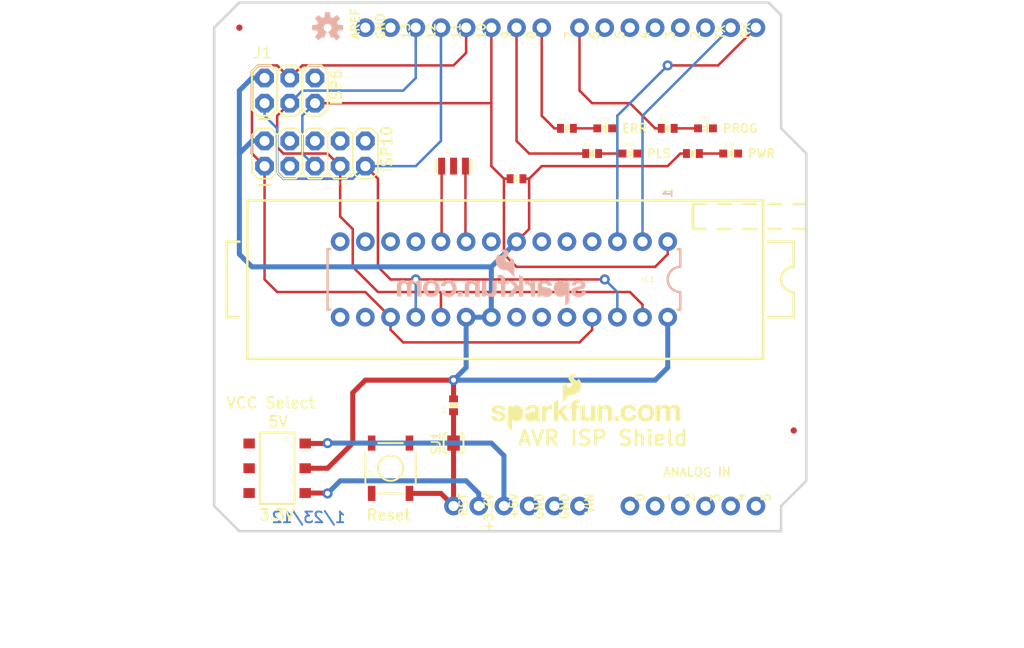
<source format=kicad_pcb>
(kicad_pcb (version 20211014) (generator pcbnew)
  (layers (0 "F.Cu" signal) (31 "B.Cu" signal) (34 "B.Paste" user) (35 "F.Paste" user) (36 "B.SilkS" user "B.Silkscreen") (37 "F.SilkS" user "F.Silkscreen") (38 "B.Mask" user) (39 "F.Mask" user) (44 "Edge.Cuts" user))
  (net 0 "")
  (net 1 "GND")
  (net 2 "5V")
  (net 3 "MOSI")
  (net 4 "MISO")
  (net 5 "SCK")
  (net 6 "XTAL1")
  (net 7 "XTAL2")
  (net 8 "N$1")
  (net 9 "RX")
  (net 10 "TX")
  (net 11 "D2")
  (net 12 "D3")
  (net 13 "D4")
  (net 14 "D5")
  (net 15 "D8")
  (net 16 "D9")
  (net 17 "AREF")
  (net 18 "3.3V")
  (net 19 "VIN")
  (net 20 "A5")
  (net 21 "A4")
  (net 22 "A3")
  (net 23 "A2")
  (net 24 "A1")
  (net 25 "A0")
  (net 26 "RES")
  (net 27 "VCC")
  (net 28 "N$2")
  (net 29 "N$3")
  (net 30 "N$4")
  (net 31 "SLV_RST")
  (net 32 "D7")
  (net 33 "D6")
  (net 34 "NC")
  (net 35 "N$5")
  (footprint "boardEagle:0402-RES" (layer "F.Cu") (at 156.7561 93.5736)
    (fp_text reference "R5" (at -0.889 -0.6985) (layer "F.SilkS") (effects (font (size 0.373888 0.373888) (thickness 0.032512)) (justify left bottom)))
    (fp_text value "330")
    (pad "1" smd rect (at -0.65 0) (size 0.7 0.9) (layers "F.Cu" "F.Paste" "F.Mask") (net 16 "D9"))
    (pad "2" smd rect (at 0.65 0) (size 0.7 0.9) (layers "F.Cu" "F.Paste" "F.Mask") (net 30 "N$4"))
  )
  (footprint "boardEagle:RESONATOR-SMD" (layer "F.Cu") (at 142.7861 94.8436)
    (fp_text reference "Q1" (at -0.889 -1.27) (layer "F.SilkS") (effects (font (size 0.373888 0.373888) (thickness 0.032512)) (justify left bottom)))
    (fp_text value "8/16/20MHz")
    (pad "1" smd rect (at -1.2 0) (size 0.7 1.7) (layers "F.Cu" "F.Paste" "F.Mask") (net 7 "XTAL2"))
    (pad "2" smd rect (at 0 0) (size 0.7 1.7) (layers "F.Cu" "F.Paste" "F.Mask") (net 1 "GND"))
    (pad "3" smd rect (at 1.2 0) (size 0.7 1.7) (layers "F.Cu" "F.Paste" "F.Mask") (net 6 "XTAL1"))
  )
  (footprint "boardEagle:0402-RES" (layer "F.Cu") (at 164.3761 91.0336)
    (fp_text reference "R2" (at -0.889 -0.6985) (layer "F.SilkS") (effects (font (size 0.373888 0.373888) (thickness 0.032512)) (justify left bottom)))
    (fp_text value "330")
    (pad "1" smd rect (at -0.65 0) (size 0.7 0.9) (layers "F.Cu" "F.Paste" "F.Mask") (net 32 "D7"))
    (pad "2" smd rect (at 0.65 0) (size 0.7 0.9) (layers "F.Cu" "F.Paste" "F.Mask") (net 28 "N$2"))
  )
  (footprint "boardEagle:0402-RES" (layer "F.Cu") (at 149.1361 96.1136)
    (fp_text reference "R3" (at -0.889 -0.6985) (layer "F.SilkS") (effects (font (size 0.373888 0.373888) (thickness 0.032512)) (justify left bottom)))
    (fp_text value "10K")
    (pad "1" smd rect (at -0.65 0) (size 0.7 0.9) (layers "F.Cu" "F.Paste" "F.Mask") (net 31 "SLV_RST"))
    (pad "2" smd rect (at 0.65 0) (size 0.7 0.9) (layers "F.Cu" "F.Paste" "F.Mask") (net 27 "VCC"))
  )
  (footprint "boardEagle:SJ_2S-NO" (layer "F.Cu") (at 142.7861 122.7836 90)
    (fp_text reference "SJ1" (at -0.908 -1.27 90) (layer "F.SilkS") (effects (font (size 0.373888 0.373888) (thickness 0.032512)) (justify left bottom)))
    (fp_text value "SOLDERJUMPERNO")
    (pad "1" smd rect (at -0.45 0 90) (size 0.635 1.27) (layers "F.Cu" "F.Mask") (net 26 "RES"))
    (pad "2" smd rect (at 0.45 0 90) (size 0.635 1.27) (layers "F.Cu" "F.Mask") (net 35 "N$5"))
  )
  (footprint "boardEagle:LED-0603" (layer "F.Cu") (at 168.1861 91.0336 -90)
    (fp_text reference "LED2" (at -0.6985 0.889) (layer "F.SilkS") (effects (font (size 0.373888 0.373888) (thickness 0.032512)) (justify left bottom)))
    (fp_text value "GREEN")
    (pad "A" smd rect (at 0 0.75 270) (size 0.8 0.8) (layers "F.Cu" "F.Paste" "F.Mask") (net 28 "N$2"))
    (pad "C" smd rect (at 0 -0.75 270) (size 0.8 0.8) (layers "F.Cu" "F.Paste" "F.Mask") (net 1 "GND"))
  )
  (footprint "boardEagle:0402-RES" (layer "F.Cu") (at 154.2161 91.0336)
    (fp_text reference "R4" (at -0.889 -0.6985) (layer "F.SilkS") (effects (font (size 0.373888 0.373888) (thickness 0.032512)) (justify left bottom)))
    (fp_text value "330")
    (pad "1" smd rect (at -0.65 0) (size 0.7 0.9) (layers "F.Cu" "F.Paste" "F.Mask") (net 15 "D8"))
    (pad "2" smd rect (at 0.65 0) (size 0.7 0.9) (layers "F.Cu" "F.Paste" "F.Mask") (net 29 "N$3"))
  )
  (footprint "boardEagle:SFE-NEW-WEBLOGO" (layer "F.Cu") (at 146.5961 121.5136)
    (fp_text reference "U$12" hide)
    (fp_text value "" hide)
  )
  (footprint "boardEagle:FIDUCIAL-1X2.5" (layer "F.Cu") (at 121.1961 80.8736)
    (fp_text reference "JP6" hide)
    (fp_text value "FIDUCIAL1X2.5" hide)
    (pad "1" smd roundrect (at 0 0) (size 0.635 0.635) (layers "F.Cu" "F.Mask") (roundrect_rratio 0.5))
  )
  (footprint "boardEagle:AYZ0202" (layer "F.Cu") (at 125.0061 125.3236 -90)
    (fp_text reference "S2" (at -2.54 -1.143 -90) (layer "F.SilkS") (effects (font (size 0.373888 0.373888) (thickness 0.032512)) (justify left bottom)))
    (fp_text value "")
    (pad "" np_thru_hole circle (at -1.5 0 270) (size 0.85 0.85) (drill 0.85) (layers *.Cu *.Mask))
    (pad "" np_thru_hole circle (at 1.5 0 270) (size 0.85 0.85) (drill 0.85) (layers *.Cu *.Mask))
    (pad "1" smd rect (at -2.5 -2.825 270) (size 1 1.15) (layers "F.Cu" "F.Paste" "F.Mask") (net 2 "5V"))
    (pad "2" smd rect (at 0 -2.825 270) (size 1 1.15) (layers "F.Cu" "F.Paste" "F.Mask") (net 27 "VCC"))
    (pad "3" smd rect (at 2.5 -2.825 270) (size 1 1.15) (layers "F.Cu" "F.Paste" "F.Mask") (net 18 "3.3V"))
    (pad "4" smd rect (at -2.5 2.825 270) (size 1 1.15) (layers "F.Cu" "F.Paste" "F.Mask"))
    (pad "5" smd rect (at 0 2.825 270) (size 1 1.15) (layers "F.Cu" "F.Paste" "F.Mask"))
    (pad "6" smd rect (at 2.5 2.825 270) (size 1 1.15) (layers "F.Cu" "F.Paste" "F.Mask"))
  )
  (footprint "boardEagle:LED-0603" (layer "F.Cu") (at 160.5661 93.5736 -90)
    (fp_text reference "LED4" (at -0.6985 0.889) (layer "F.SilkS") (effects (font (size 0.373888 0.373888) (thickness 0.032512)) (justify left bottom)))
    (fp_text value "BLUE")
    (pad "A" smd rect (at 0 0.75 270) (size 0.8 0.8) (layers "F.Cu" "F.Paste" "F.Mask") (net 30 "N$4"))
    (pad "C" smd rect (at 0 -0.75 270) (size 0.8 0.8) (layers "F.Cu" "F.Paste" "F.Mask") (net 1 "GND"))
  )
  (footprint "boardEagle:CREATIVE_COMMONS" (layer "F.Cu") (at 117.3861 143.1036)
    (fp_text reference "$$U$1" hide)
    (fp_text value "CREATIVE_COMMONS" hide)
  )
  (footprint "boardEagle:0402-RES" (layer "F.Cu") (at 142.7861 118.9736 90)
    (fp_text reference "R6" (at -0.889 -0.6985 90) (layer "F.SilkS") (effects (font (size 0.373888 0.373888) (thickness 0.032512)) (justify left bottom)))
    (fp_text value "100")
    (pad "1" smd rect (at -0.65 0 90) (size 0.7 0.9) (layers "F.Cu" "F.Paste" "F.Mask") (net 35 "N$5"))
    (pad "2" smd rect (at 0.65 0 90) (size 0.7 0.9) (layers "F.Cu" "F.Paste" "F.Mask") (net 27 "VCC"))
  )
  (footprint "boardEagle:TACTILE_SWITCH_SMD" (layer "F.Cu") (at 136.4361 125.3236 90)
    (fp_text reference "S3" (at -0.889 -1.778 90) (layer "F.SilkS") (effects (font (size 0.373888 0.373888) (thickness 0.032512)) (justify left bottom)))
    (fp_text value "Reset")
    (pad "1" smd rect (at -2.54 -1.905 180) (size 0.762 1.524) (layers "F.Cu" "F.Paste" "F.Mask") (net 1 "GND"))
    (pad "2" smd rect (at 2.54 -1.905 180) (size 0.762 1.524) (layers "F.Cu" "F.Paste" "F.Mask"))
    (pad "3" smd rect (at -2.54 1.905 180) (size 0.762 1.524) (layers "F.Cu" "F.Paste" "F.Mask") (net 26 "RES"))
    (pad "4" smd rect (at 2.54 1.905 180) (size 0.762 1.524) (layers "F.Cu" "F.Paste" "F.Mask"))
  )
  (footprint "boardEagle:LED-0603" (layer "F.Cu") (at 170.7261 93.5736 -90)
    (fp_text reference "LED1" (at -0.6985 0.889) (layer "F.SilkS") (effects (font (size 0.373888 0.373888) (thickness 0.032512)) (justify left bottom)))
    (fp_text value "GREEN")
    (pad "A" smd rect (at 0 0.75 270) (size 0.8 0.8) (layers "F.Cu" "F.Paste" "F.Mask") (net 8 "N$1"))
    (pad "C" smd rect (at 0 -0.75 270) (size 0.8 0.8) (layers "F.Cu" "F.Paste" "F.Mask") (net 1 "GND"))
  )
  (footprint "boardEagle:DUEMILANOVE_SHIELD" (layer "F.Cu") (at 118.6561 78.3336 -90)
    (fp_text reference "U1" hide)
    (fp_text value "ARDUINO_SHIELDLABEL" hide)
    (fp_text user "4" (at 49.4157 -52.578 -90) (layer "F.SilkS") (effects (font (size 0.8636 0.8636) (thickness 0.1524)) (justify right top)))
    (fp_text user "0" (at 49.4157 -42.418 -90) (layer "F.SilkS") (effects (font (size 0.8636 0.8636) (thickness 0.1524)) (justify right top)))
    (fp_text user "3" (at 3.81 -46.482 -90) (layer "F.SilkS") (effects (font (size 0.8636 0.8636) (thickness 0.1524)) (justify left bottom)))
    (fp_text user "12" (at 3.81 -22.352 -90) (layer "F.SilkS") (effects (font (size 0.8636 0.8636) (thickness 0.1524)) (justify left bottom)))
    (fp_text user "VIN" (at 49.4157 -37.338 -90) (layer "F.SilkS") (effects (font (size 0.8636 0.8636) (thickness 0.1524)) (justify right top)))
    (fp_text user "2" (at 49.4157 -47.498 -90) (layer "F.SilkS") (effects (font (size 0.8636 0.8636) (thickness 0.1524)) (justify right top)))
    (fp_text user "9" (at 3.81 -29.972 -90) (layer "F.SilkS") (effects (font (size 0.8636 0.8636) (thickness 0.1524)) (justify left bottom)))
    (fp_text user "1" (at 49.4157 -44.958 -90) (layer "F.SilkS") (effects (font (size 0.8636 0.8636) (thickness 0.1524)) (justify right top)))
    (fp_text user "11" (at 3.81 -24.892 -90) (layer "F.SilkS") (effects (font (size 0.8636 0.8636) (thickness 0.1524)) (justify left bottom)))
    (fp_text user "GND" (at 49.4157 -34.798 -90) (layer "F.SilkS") (effects (font (size 0.8636 0.8636) (thickness 0.1524)) (justify right top)))
    (fp_text user "ANALOG IN" (at 46.8757 -52.197) (layer "F.SilkS") (effects (font (size 0.8636 0.8636) (thickness 0.1524)) (justify right top)))
    (fp_text user "RX" (at 3.81 -54.102 -90) (layer "F.SilkS") (effects (font (size 0.8636 0.8636) (thickness 0.1524)) (justify left bottom)))
    (fp_text user "5" (at 49.4157 -55.118 -90) (layer "F.SilkS") (effects (font (size 0.8636 0.8636) (thickness 0.1524)) (justify right top)))
    (fp_text user "GND" (at 3.81 -17.272 -90) (layer "F.SilkS") (effects (font (size 0.8636 0.8636) (thickness 0.1524)) (justify left bottom)))
    (fp_text user "8" (at 3.81 -32.512 -90) (layer "F.SilkS") (effects (font (size 0.8636 0.8636) (thickness 0.1524)) (justify left bottom)))
    (fp_text user "7" (at 3.81 -36.322 -90) (layer "F.SilkS") (effects (font (size 0.8636 0.8636) (thickness 0.1524)) (justify left bottom)))
    (fp_text user "4" (at 3.81 -43.942 -90) (layer "F.SilkS") (effects (font (size 0.8636 0.8636) (thickness 0.1524)) (justify left bottom)))
    (fp_text user "GND" (at 49.4157 -32.258 -90) (layer "F.SilkS") (effects (font (size 0.8636 0.8636) (thickness 0.1524)) (justify right top)))
    (fp_text user "3" (at 49.4157 -50.038 -90) (layer "F.SilkS") (effects (font (size 0.8636 0.8636) (thickness 0.1524)) (justify right top)))
    (fp_text user "TX" (at 3.81 -51.562 -90) (layer "F.SilkS") (effects (font (size 0.8636 0.8636) (thickness 0.1524)) (justify left bottom)))
    (fp_text user "AREF" (at 3.81 -14.732 -90) (layer "F.SilkS") (effects (font (size 0.8636 0.8636) (thickness 0.1524)) (justify left bottom)))
    (fp_text user "6" (at 3.81 -38.862 -90) (layer "F.SilkS") (effects (font (size 0.8636 0.8636) (thickness 0.1524)) (justify left bottom)))
    (fp_text user "5" (at 3.81 -41.402 -90) (layer "F.SilkS") (effects (font (size 0.8636 0.8636) (thickness 0.1524)) (justify left bottom)))
    (fp_text user "+5V" (at 49.4157 -29.718 -90) (layer "F.SilkS") (effects (font (size 0.8636 0.8636) (thickness 0.1524)) (justify right top)))
    (fp_text user "RST" (at 49.4157 -24.638 -90) (layer "F.SilkS") (effects (font (size 0.8636 0.8636) (thickness 0.1524)) (justify right top)))
    (fp_text user "+3.3V" (at 49.4157 -27.178 -90) (layer "F.SilkS") (effects (font (size 0.8636 0.8636) (thickness 0.1524)) (justify right top)))
    (fp_text user "2" (at 3.81 -49.022 -90) (layer "F.SilkS") (effects (font (size 0.8636 0.8636) (thickness 0.1524)) (justify left bottom)))
    (fp_text user "13" (at 3.81 -19.812 -90) (layer "F.SilkS") (effects (font (size 0.8636 0.8636) (thickness 0.1524)) (justify left bottom)))
    (fp_text user "10" (at 3.81 -27.432 -90) (layer "F.SilkS") (effects (font (size 0.8636 0.8636) (thickness 0.1524)) (justify left bottom)))
    (pad "" np_thru_hole circle (at 45.72 -57.15 270) (size 3.302 3.302) (drill 3.302) (layers *.Cu *.Mask))
    (pad "" np_thru_hole circle (at 2.54 -6.35 270) (size 3.302 3.302) (drill 3.302) (layers *.Cu *.Mask))
    (pad "3.3V" thru_hole circle (at 50.8 -26.67) (size 1.8796 1.8796) (drill 1.016) (layers *.Cu *.Mask) (net 18 "3.3V"))
    (pad "5V" thru_hole circle (at 50.8 -29.21) (size 1.8796 1.8796) (drill 1.016) (layers *.Cu *.Mask) (net 2 "5V"))
    (pad "A0" thru_hole circle (at 50.8 -41.91) (size 1.8796 1.8796) (drill 1.016) (layers *.Cu *.Mask) (net 25 "A0"))
    (pad "A1" thru_hole circle (at 50.8 -44.45) (size 1.8796 1.8796) (drill 1.016) (layers *.Cu *.Mask) (net 24 "A1"))
    (pad "A2" thru_hole circle (at 50.8 -46.99) (size 1.8796 1.8796) (drill 1.016) (layers *.Cu *.Mask) (net 23 "A2"))
    (pad "A3" thru_hole circle (at 50.8 -49.53) (size 1.8796 1.8796) (drill 1.016) (layers *.Cu *.Mask) (net 22 "A3"))
    (pad "A4" thru_hole circle (at 50.8 -52.07) (size 1.8796 1.8796) (drill 1.016) (layers *.Cu *.Mask) (net 21 "A4"))
    (pad "A5" thru_hole circle (at 50.8 -54.61) (size 1.8796 1.8796) (drill 1.016) (layers *.Cu *.Mask) (net 20 "A5"))
    (pad "AREF" thru_hole circle (at 2.54 -15.24) (size 1.8796 1.8796) (drill 1.016) (layers *.Cu *.Mask) (net 17 "AREF"))
    (pad "D2" thru_hole circle (at 2.54 -49.53) (size 1.8796 1.8796) (drill 1.016) (layers *.Cu *.Mask) (net 11 "D2"))
    (pad "D3" thru_hole circle (at 2.54 -46.99) (size 1.8796 1.8796) (drill 1.016) (layers *.Cu *.Mask) (net 12 "D3"))
    (pad "D4" thru_hole circle (at 2.54 -44.45) (size 1.8796 1.8796) (drill 1.016) (layers *.Cu *.Mask) (net 13 "D4"))
    (pad "D5" thru_hole circle (at 2.54 -41.91) (size 1.8796 1.8796) (drill 1.016) (layers *.Cu *.Mask) (net 14 "D5"))
    (pad "D6" thru_hole circle (at 2.54 -39.37) (size 1.8796 1.8796) (drill 1.016) (layers *.Cu *.Mask) (net 33 "D6"))
    (pad "D7" thru_hole circle (at 2.54 -36.83) (size 1.8796 1.8796) (drill 1.016) (layers *.Cu *.Mask) (net 32 "D7"))
    (pad "D8" thru_hole circle (at 2.54 -33.02) (size 1.8796 1.8796) (drill 1.016) (layers *.Cu *.Mask) (net 15 "D8"))
    (pad "D9" thru_hole circle (at 2.54 -30.48) (size 1.8796 1.8796) (drill 1.016) (layers *.Cu *.Mask) (net 16 "D9"))
    (pad "D10" thru_hole circle (at 2.54 -27.94) (size 1.8796 1.8796) (drill 1.016) (layers *.Cu *.Mask) (net 31 "SLV_RST"))
    (pad "D11" thru_hole circle (at 2.54 -25.4) (size 1.8796 1.8796) (drill 1.016) (layers *.Cu *.Mask) (net 3 "MOSI"))
    (pad "D12" thru_hole circle (at 2.54 -22.86) (size 1.8796 1.8796) (drill 1.016) (layers *.Cu *.Mask) (net 4 "MISO"))
    (pad "D13" thru_hole circle (at 2.54 -20.32) (size 1.8796 1.8796) (drill 1.016) (layers *.Cu *.Mask) (net 5 "SCK"))
    (pad "GND@0" thru_hole circle (at 50.8 -31.75) (size 1.8796 1.8796) (drill 1.016) (layers *.Cu *.Mask) (net 1 "GND"))
    (pad "GND@1" thru_hole circle (at 50.8 -34.29) (size 1.8796 1.8796) (drill 1.016) (layers *.Cu *.Mask) (net 1 "GND"))
    (pad "GND@2" thru_hole circle (at 2.54 -17.78) (size 1.8796 1.8796) (drill 1.016) (layers *.Cu *.Mask) (net 1 "GND"))
    (pad "RES" thru_hole circle (at 50.8 -24.13) (size 1.8796 1.8796) (drill 1.016) (layers *.Cu *.Mask) (net 26 "RES"))
    (pad "RX" thru_hole circle (at 2.54 -54.61) (size 1.8796 1.8796) (drill 1.016) (layers *.Cu *.Mask) (net 9 "RX"))
    (pad "TX" thru_hole circle (at 2.54 -52.07) (size 1.8796 1.8796) (drill 1.016) (layers *.Cu *.Mask) (net 10 "TX"))
    (pad "VIN" thru_hole circle (at 50.8 -36.83) (size 1.8796 1.8796) (drill 1.016) (layers *.Cu *.Mask) (net 19 "VIN"))
  )
  (footprint "boardEagle:DIL28-3-ZIF_SOCKET" (layer "F.Cu") (at 147.8661 106.2736 180)
    (fp_text reference "IC1" (at -15.24 0) (layer "F.SilkS") (effects (font (size 0.554736 0.554736) (thickness 0.054864)) (justify right)))
    (fp_text value "AVR-MEGA-PZIF_SOCKET")
    (pad "1" thru_hole circle (at -16.51 3.81 270) (size 1.8796 1.8796) (drill 1.016) (layers *.Cu *.Mask) (net 31 "SLV_RST"))
    (pad "2" thru_hole circle (at -13.97 3.81 270) (size 1.8796 1.8796) (drill 1.016) (layers *.Cu *.Mask) (net 10 "TX"))
    (pad "3" thru_hole circle (at -11.43 3.81 270) (size 1.8796 1.8796) (drill 1.016) (layers *.Cu *.Mask) (net 9 "RX"))
    (pad "4" thru_hole circle (at -8.89 3.81 270) (size 1.8796 1.8796) (drill 1.016) (layers *.Cu *.Mask) (net 1 "GND"))
    (pad "5" thru_hole circle (at -6.35 3.81 270) (size 1.8796 1.8796) (drill 1.016) (layers *.Cu *.Mask))
    (pad "6" thru_hole circle (at -3.81 3.81 270) (size 1.8796 1.8796) (drill 1.016) (layers *.Cu *.Mask))
    (pad "7" thru_hole circle (at -1.27 3.81 270) (size 1.8796 1.8796) (drill 1.016) (layers *.Cu *.Mask) (net 27 "VCC"))
    (pad "8" thru_hole circle (at 1.27 3.81 270) (size 1.8796 1.8796) (drill 1.016) (layers *.Cu *.Mask) (net 1 "GND"))
    (pad "9" thru_hole circle (at 3.81 3.81 270) (size 1.8796 1.8796) (drill 1.016) (layers *.Cu *.Mask) (net 6 "XTAL1"))
    (pad "10" thru_hole circle (at 6.35 3.81 270) (size 1.8796 1.8796) (drill 1.016) (layers *.Cu *.Mask) (net 7 "XTAL2"))
    (pad "11" thru_hole circle (at 8.89 3.81 270) (size 1.8796 1.8796) (drill 1.016) (layers *.Cu *.Mask))
    (pad "12" thru_hole circle (at 11.43 3.81 270) (size 1.8796 1.8796) (drill 1.016) (layers *.Cu *.Mask))
    (pad "13" thru_hole circle (at 13.97 3.81 270) (size 1.8796 1.8796) (drill 1.016) (layers *.Cu *.Mask))
    (pad "14" thru_hole circle (at 16.51 3.81 270) (size 1.8796 1.8796) (drill 1.016) (layers *.Cu *.Mask))
    (pad "15" thru_hole circle (at 16.51 -3.81 270) (size 1.8796 1.8796) (drill 1.016) (layers *.Cu *.Mask))
    (pad "16" thru_hole circle (at 13.97 -3.81 270) (size 1.8796 1.8796) (drill 1.016) (layers *.Cu *.Mask))
    (pad "17" thru_hole circle (at 11.43 -3.81 270) (size 1.8796 1.8796) (drill 1.016) (layers *.Cu *.Mask) (net 3 "MOSI"))
    (pad "18" thru_hole circle (at 8.89 -3.81 270) (size 1.8796 1.8796) (drill 1.016) (layers *.Cu *.Mask) (net 4 "MISO"))
    (pad "19" thru_hole circle (at 6.35 -3.81 270) (size 1.8796 1.8796) (drill 1.016) (layers *.Cu *.Mask) (net 5 "SCK"))
    (pad "20" thru_hole circle (at 3.81 -3.81 270) (size 1.8796 1.8796) (drill 1.016) (layers *.Cu *.Mask) (net 27 "VCC"))
    (pad "21" thru_hole circle (at 1.27 -3.81 270) (size 1.8796 1.8796) (drill 1.016) (layers *.Cu *.Mask) (net 27 "VCC"))
    (pad "22" thru_hole circle (at -1.27 -3.81 270) (size 1.8796 1.8796) (drill 1.016) (layers *.Cu *.Mask) (net 1 "GND"))
    (pad "23" thru_hole circle (at -3.81 -3.81 270) (size 1.8796 1.8796) (drill 1.016) (layers *.Cu *.Mask))
    (pad "24" thru_hole circle (at -6.35 -3.81 270) (size 1.8796 1.8796) (drill 1.016) (layers *.Cu *.Mask))
    (pad "25" thru_hole circle (at -8.89 -3.81 270) (size 1.8796 1.8796) (drill 1.016) (layers *.Cu *.Mask) (net 3 "MOSI"))
    (pad "26" thru_hole circle (at -11.43 -3.81 270) (size 1.8796 1.8796) (drill 1.016) (layers *.Cu *.Mask) (net 4 "MISO"))
    (pad "27" thru_hole circle (at -13.97 -3.81 270) (size 1.8796 1.8796) (drill 1.016) (layers *.Cu *.Mask) (net 5 "SCK"))
    (pad "28" thru_hole circle (at -16.51 -3.81 270) (size 1.8796 1.8796) (drill 1.016) (layers *.Cu *.Mask) (net 27 "VCC"))
  )
  (footprint "boardEagle:FIDUCIAL-1X2.5" (layer "F.Cu") (at 177.0761 121.5136)
    (fp_text reference "JP5" hide)
    (fp_text value "FIDUCIAL1X2.5" hide)
    (pad "1" smd roundrect (at 0 0) (size 0.635 0.635) (layers "F.Cu" "F.Mask") (roundrect_rratio 0.5))
  )
  (footprint "boardEagle:0402-RES" (layer "F.Cu") (at 166.9161 93.5736)
    (fp_text reference "R1" (at -0.889 -0.6985) (layer "F.SilkS") (effects (font (size 0.373888 0.373888) (thickness 0.032512)) (justify left bottom)))
    (fp_text value "330")
    (pad "1" smd rect (at -0.65 0) (size 0.7 0.9) (layers "F.Cu" "F.Paste" "F.Mask") (net 27 "VCC"))
    (pad "2" smd rect (at 0.65 0) (size 0.7 0.9) (layers "F.Cu" "F.Paste" "F.Mask") (net 8 "N$1"))
  )
  (footprint "boardEagle:AVR_ICSP" (layer "F.Cu") (at 128.8161 93.5736 90)
    (fp_text reference "U$9" (at -2.794 3.302 180) (layer "F.SilkS") (effects (font (size 0.373888 0.373888) (thickness 0.032512)) (justify right top)))
    (fp_text value "AVR_SPI_PROG")
    (pad "1" thru_hole roundrect (at -1.27 -5.08) (size 1.8796 1.8796) (drill 1.016) (layers *.Cu *.Mask) (chamfer_ratio 0.2928932188) (chamfer top_left top_right bottom_left bottom_right) (net 3 "MOSI"))
    (pad "2" thru_hole roundrect (at 1.27 -5.08) (size 1.8796 1.8796) (drill 1.016) (layers *.Cu *.Mask) (chamfer_ratio 0.2928932188) (chamfer top_left top_right bottom_left bottom_right) (net 27 "VCC"))
    (pad "3" thru_hole roundrect (at -1.27 -2.54) (size 1.8796 1.8796) (drill 1.016) (layers *.Cu *.Mask) (chamfer_ratio 0.2928932188) (chamfer top_left top_right bottom_left bottom_right) (net 34 "NC"))
    (pad "4" thru_hole roundrect (at 1.27 -2.54) (size 1.8796 1.8796) (drill 1.016) (layers *.Cu *.Mask) (chamfer_ratio 0.2928932188) (chamfer top_left top_right bottom_left bottom_right) (net 1 "GND"))
    (pad "5" thru_hole roundrect (at -1.27 0) (size 1.8796 1.8796) (drill 1.016) (layers *.Cu *.Mask) (chamfer_ratio 0.2928932188) (chamfer top_left top_right bottom_left bottom_right) (net 31 "SLV_RST"))
    (pad "6" thru_hole roundrect (at 1.27 0) (size 1.8796 1.8796) (drill 1.016) (layers *.Cu *.Mask) (chamfer_ratio 0.2928932188) (chamfer top_left top_right bottom_left bottom_right) (net 1 "GND"))
    (pad "7" thru_hole roundrect (at -1.27 2.54) (size 1.8796 1.8796) (drill 1.016) (layers *.Cu *.Mask) (chamfer_ratio 0.2928932188) (chamfer top_left top_right bottom_left bottom_right) (net 5 "SCK"))
    (pad "8" thru_hole roundrect (at 1.27 2.54) (size 1.8796 1.8796) (drill 1.016) (layers *.Cu *.Mask) (chamfer_ratio 0.2928932188) (chamfer top_left top_right bottom_left bottom_right) (net 1 "GND"))
    (pad "9" thru_hole roundrect (at -1.27 5.08) (size 1.8796 1.8796) (drill 1.016) (layers *.Cu *.Mask) (chamfer_ratio 0.2928932188) (chamfer top_left top_right bottom_left bottom_right) (net 4 "MISO"))
    (pad "10" thru_hole roundrect (at 1.27 5.08) (size 1.8796 1.8796) (drill 1.016) (layers *.Cu *.Mask) (chamfer_ratio 0.2928932188) (chamfer top_left top_right bottom_left bottom_right) (net 1 "GND"))
  )
  (footprint "boardEagle:LED-0603" (layer "F.Cu") (at 158.0261 91.0336 -90)
    (fp_text reference "LED3" (at -0.6985 0.889) (layer "F.SilkS") (effects (font (size 0.373888 0.373888) (thickness 0.032512)) (justify left bottom)))
    (fp_text value "RED")
    (pad "A" smd rect (at 0 0.75 270) (size 0.8 0.8) (layers "F.Cu" "F.Paste" "F.Mask") (net 29 "N$3"))
    (pad "C" smd rect (at 0 -0.75 270) (size 0.8 0.8) (layers "F.Cu" "F.Paste" "F.Mask") (net 1 "GND"))
  )
  (footprint "boardEagle:2X3" (layer "F.Cu") (at 123.7361 88.4936)
    (fp_text reference "J1" (at -1.27 -4.445) (layer "F.SilkS") (effects (font (size 1.143 1.143) (thickness 0.127)) (justify left bottom)))
    (fp_text value "AVR_SPI_PRG_6PTH")
    (pad "1" thru_hole roundrect (at 0 0) (size 1.8796 1.8796) (drill 1.016) (layers *.Cu *.Mask) (chamfer_ratio 0.2928932188) (chamfer top_left top_right bottom_left bottom_right) (net 4 "MISO"))
    (pad "2" thru_hole roundrect (at 0 -2.54) (size 1.8796 1.8796) (drill 1.016) (layers *.Cu *.Mask) (chamfer_ratio 0.2928932188) (chamfer top_left top_right bottom_left bottom_right) (net 27 "VCC"))
    (pad "3" thru_hole roundrect (at 2.54 0) (size 1.8796 1.8796) (drill 1.016) (layers *.Cu *.Mask) (chamfer_ratio 0.2928932188) (chamfer top_left top_right bottom_left bottom_right) (net 5 "SCK"))
    (pad "4" thru_hole roundrect (at 2.54 -2.54) (size 1.8796 1.8796) (drill 1.016) (layers *.Cu *.Mask) (chamfer_ratio 0.2928932188) (chamfer top_left top_right bottom_left bottom_right) (net 3 "MOSI"))
    (pad "5" thru_hole roundrect (at 5.08 0) (size 1.8796 1.8796) (drill 1.016) (layers *.Cu *.Mask) (chamfer_ratio 0.2928932188) (chamfer top_left top_right bottom_left bottom_right) (net 31 "SLV_RST"))
    (pad "6" thru_hole roundrect (at 5.08 -2.54) (size 1.8796 1.8796) (drill 1.016) (layers *.Cu *.Mask) (chamfer_ratio 0.2928932188) (chamfer top_left top_right bottom_left bottom_right) (net 1 "GND"))
  )
  (footprint "boardEagle:OSHW-LOGO-S" (layer "B.Cu") (at 130.0861 80.8736 180)
    (fp_text reference "U$4" hide)
    (fp_text value "OSHW-LOGOS" hide)
  )
  (footprint "boardEagle:SFE-NEW-WEBLOGO" (layer "B.Cu") (at 156.1211 108.9406 180)
    (fp_text reference "U$7" hide)
    (fp_text value "" hide)
  )
  (gr_arc (start 164.3761 106.2736) (mid 164.748074 105.375574) (end 165.6461 105.0036) (layer "B.SilkS") (width 0.254))
  (gr_arc (start 165.6461 107.5436) (mid 164.748074 107.171626) (end 164.3761 106.2736) (layer "B.SilkS") (width 0.254))
  (gr_line (start 165.6461 103.2256) (end 165.3921 103.2256) (layer "B.SilkS") (width 0.254))
  (gr_line (start 130.0861 109.3216) (end 130.0861 103.2256) (layer "B.SilkS") (width 0.254))
  (gr_line (start 165.6461 105.0036) (end 165.6461 103.2256) (layer "B.SilkS") (width 0.254))
  (gr_line (start 165.6461 109.3216) (end 165.3921 109.3216) (layer "B.SilkS") (width 0.254))
  (gr_line (start 130.0861 109.3216) (end 130.3401 109.3216) (layer "B.SilkS") (width 0.254))
  (gr_line (start 165.6461 107.5436) (end 165.6461 109.3216) (layer "B.SilkS") (width 0.254))
  (gr_line (start 130.0861 103.2256) (end 130.3401 103.2256) (layer "B.SilkS") (width 0.254))
  (gr_line (start 177.0761 107.5436) (end 177.0761 110.0836) (layer "F.SilkS") (width 0.254))
  (gr_line (start 173.99 114.2873) (end 121.9962 114.2873) (layer "F.SilkS") (width 0.254))
  (gr_arc (start 175.8061 106.2736) (mid 176.178074 105.375574) (end 177.0761 105.0036) (layer "F.SilkS") (width 0.254))
  (gr_line (start 173.99 98.3107) (end 173.99 114.2873) (layer "F.SilkS") (width 0.254))
  (gr_line (start 177.0761 110.0836) (end 174.5361 110.0836) (layer "F.SilkS") (width 0.254))
  (gr_line (start 169.4561 98.6536) (end 170.7261 98.6536) (layer "F.SilkS") (width 0.254))
  (gr_line (start 119.9261 110.0836) (end 121.1961 110.0836) (layer "F.SilkS") (width 0.254))
  (gr_line (start 168.1861 101.1936) (end 166.9161 101.1936) (layer "F.SilkS") (width 0.254))
  (gr_line (start 178.3461 98.6536) (end 177.0761 98.6536) (layer "F.SilkS") (width 0.254))
  (gr_line (start 119.9261 102.4636) (end 119.9261 110.0836) (layer "F.SilkS") (width 0.254))
  (gr_line (start 178.3461 101.1936) (end 177.0761 101.1936) (layer "F.SilkS") (width 0.254))
  (gr_line (start 177.0761 102.4636) (end 177.0761 105.0036) (layer "F.SilkS") (width 0.254))
  (gr_line (start 166.9161 98.6536) (end 168.1861 98.6536) (layer "F.SilkS") (width 0.254))
  (gr_line (start 171.9961 101.1936) (end 173.2661 101.1936) (layer "F.SilkS") (width 0.254))
  (gr_line (start 166.9161 98.6536) (end 166.9161 101.1936) (layer "F.SilkS") (width 0.254))
  (gr_line (start 171.9961 98.6536) (end 173.2661 98.6536) (layer "F.SilkS") (width 0.254))
  (gr_line (start 121.9962 98.3107) (end 173.99 98.3107) (layer "F.SilkS") (width 0.254))
  (gr_line (start 169.4561 101.1936) (end 170.7261 101.1936) (layer "F.SilkS") (width 0.254))
  (gr_line (start 121.1961 102.4636) (end 119.9261 102.4636) (layer "F.SilkS") (width 0.254))
  (gr_arc (start 177.0761 107.5436) (mid 176.178074 107.171626) (end 175.8061 106.2736) (layer "F.SilkS") (width 0.254))
  (gr_line (start 177.0761 102.4636) (end 174.5361 102.4636) (layer "F.SilkS") (width 0.254))
  (gr_line (start 174.5361 101.1936) (end 175.8061 101.1936) (layer "F.SilkS") (width 0.254))
  (gr_line (start 174.5361 98.6536) (end 175.8061 98.6536) (layer "F.SilkS") (width 0.254))
  (gr_line (start 121.9962 114.2873) (end 121.9962 98.3107) (layer "F.SilkS") (width 0.254))
  (gr_line (start 175.8061 129.1336) (end 175.8061 131.6736) (layer "Edge.Cuts") (width 0.254))
  (gr_line (start 118.6561 129.1336) (end 118.6561 80.8736) (layer "Edge.Cuts") (width 0.254))
  (gr_line (start 175.8061 79.6036) (end 174.5361 78.3336) (layer "Edge.Cuts") (width 0.254))
  (gr_line (start 175.8061 79.6036) (end 175.8061 91.0336) (layer "Edge.Cuts") (width 0.254))
  (gr_line (start 121.1961 78.3336) (end 174.5361 78.3336) (layer "Edge.Cuts") (width 0.254))
  (gr_line (start 178.3461 93.5736) (end 178.3461 126.5936) (layer "Edge.Cuts") (width 0.254))
  (gr_line (start 178.3461 126.5936) (end 175.8061 129.1336) (layer "Edge.Cuts") (width 0.254))
  (gr_line (start 118.6561 80.8736) (end 121.1961 78.3336) (layer "Edge.Cuts") (width 0.254))
  (gr_line (start 175.8061 91.0336) (end 178.3461 93.5736) (layer "Edge.Cuts") (width 0.254))
  (gr_line (start 121.1961 131.6736) (end 118.6561 129.1336) (layer "Edge.Cuts") (width 0.254))
  (gr_line (start 175.8061 131.6736) (end 121.1961 131.6736) (layer "Edge.Cuts") (width 0.254))
  (gr_text "1/23/12" (at 131.9911 130.9116) (layer "B.Cu") (effects (font (size 1.0795 1.0795) (thickness 0.1905)) (justify left bottom mirror)))
  (gr_text "1" (at 164.8841 97.1296 -270) (layer "B.SilkS") (effects (font (size 0.8636 0.8636) (thickness 0.1524)) (justify left bottom mirror)))
  (gr_text "ISP6" (at 130.3401 84.9376 90) (layer "F.SilkS") (effects (font (size 1.0795 1.0795) (thickness 0.1905)) (justify right top)))
  (gr_text "SJ1" (at 141.5161 124.0536 90) (layer "F.SilkS") (effects (font (size 0.8636 0.8636) (thickness 0.1524)) (justify left bottom)))
  (gr_text "ISP10" (at 135.4201 90.6526 90) (layer "F.SilkS") (effects (font (size 1.0795 1.0795) (thickness 0.1905)) (justify right top)))
  (gr_text "1" (at 164.8841 97.8916 90) (layer "F.SilkS") (effects (font (size 0.8636 0.8636) (thickness 0.1524)) (justify left bottom)))
  (gr_text "PLS" (at 162.2171 94.0816) (layer "F.SilkS") (effects (font (size 0.8636 0.8636) (thickness 0.1524)) (justify left bottom)))
  (gr_text "Reset" (at 133.8961 130.6576) (layer "F.SilkS") (effects (font (size 1.0795 1.0795) (thickness 0.1905)) (justify left bottom)))
  (gr_text "ERR" (at 159.6771 91.5416) (layer "F.SilkS") (effects (font (size 0.8636 0.8636) (thickness 0.1524)) (justify left bottom)))
  (gr_text "PROG" (at 169.8371 91.5416) (layer "F.SilkS") (effects (font (size 0.8636 0.8636) (thickness 0.1524)) (justify left bottom)))
  (gr_text "3.3V" (at 123.1011 130.6576) (layer "F.SilkS") (effects (font (size 1.0795 1.0795) (thickness 0.1905)) (justify left bottom)))
  (gr_text "AVR ISP Shield" (at 149.1361 123.1646) (layer "F.SilkS") (effects (font (size 1.5113 1.5113) (thickness 0.2667)) (justify left bottom)))
  (gr_text "PWR" (at 172.3771 94.0816) (layer "F.SilkS") (effects (font (size 0.8636 0.8636) (thickness 0.1524)) (justify left bottom)))
  (gr_text "5V" (at 123.9901 121.2596) (layer "F.SilkS") (effects (font (size 1.0795 1.0795) (thickness 0.1905)) (justify left bottom)))
  (gr_text "VCC Select" (at 119.7991 119.3546) (layer "F.SilkS") (effects (font (size 1.0795 1.0795) (thickness 0.1905)) (justify left bottom)))
  (segment (start 130.0461 122.8236) (end 130.0861 122.7836) (width 0.508) (layer "F.Cu") (net 2))
  (segment (start 127.8311 122.8236) (end 130.0461 122.8236) (width 0.508) (layer "F.Cu") (net 2))
  (via (at 130.0861 122.7836) (size 1.016) (drill 0.508) (layers "F.Cu" "B.Cu") (net 2))
  (segment (start 146.5961 122.7836) (end 147.8661 124.0536) (width 0.508) (layer "B.Cu") (net 2))
  (segment (start 130.0861 122.7836) (end 146.5961 122.7836) (width 0.508) (layer "B.Cu") (net 2))
  (segment (start 147.8661 124.0536) (end 147.8661 129.1336) (width 0.508) (layer "B.Cu") (net 2))
  (segment (start 133.8961 107.5436) (end 136.4361 110.0836) (width 0.254) (layer "F.Cu") (net 3))
  (segment (start 127.5461 84.6836) (end 142.7861 84.6836) (width 0.254) (layer "F.Cu") (net 3))
  (segment (start 122.4661 85.3186) (end 123.1011 84.6836) (width 0.254) (layer "F.Cu") (net 3))
  (segment (start 122.4661 93.5736) (end 122.4661 85.3186) (width 0.254) (layer "F.Cu") (net 3))
  (segment (start 125.0061 107.5436) (end 123.7361 106.2736) (width 0.254) (layer "F.Cu") (net 3))
  (segment (start 123.7361 106.2736) (end 123.7361 94.8436) (width 0.254) (layer "F.Cu") (net 3))
  (segment (start 123.7361 94.8436) (end 122.4661 93.5736) (width 0.254) (layer "F.Cu") (net 3))
  (segment (start 155.4861 112.6236) (end 156.7561 111.3536) (width 0.254) (layer "F.Cu") (net 3))
  (segment (start 156.7561 111.3536) (end 156.7561 110.0836) (width 0.254) (layer "F.Cu") (net 3))
  (segment (start 142.7861 84.6836) (end 144.0561 83.4136) (width 0.254) (layer "F.Cu") (net 3))
  (segment (start 137.7061 112.6236) (end 155.4861 112.6236) (width 0.254) (layer "F.Cu") (net 3))
  (segment (start 125.0061 84.6836) (end 126.2761 85.9536) (width 0.254) (layer "F.Cu") (net 3))
  (segment (start 123.1011 84.6836) (end 125.0061 84.6836) (width 0.254) (layer "F.Cu") (net 3))
  (segment (start 144.0561 83.4136) (end 144.0561 80.8736) (width 0.254) (layer "F.Cu") (net 3))
  (segment (start 136.4361 110.0836) (end 136.4361 111.3536) (width 0.254) (layer "F.Cu") (net 3))
  (segment (start 126.2761 85.9536) (end 127.5461 84.6836) (width 0.254) (layer "F.Cu") (net 3))
  (segment (start 136.4361 111.3536) (end 137.7061 112.6236) (width 0.254) (layer "F.Cu") (net 3))
  (segment (start 125.0061 107.5436) (end 133.8961 107.5436) (width 0.254) (layer "F.Cu") (net 3))
  (segment (start 135.1661 105.0036) (end 135.1661 96.1136) (width 0.254) (layer "F.Cu") (net 4))
  (segment (start 138.9761 106.2736) (end 136.4361 106.2736) (width 0.254) (layer "F.Cu") (net 4))
  (segment (start 138.9761 106.2736) (end 158.0261 106.2736) (width 0.254) (layer "F.Cu") (net 4))
  (segment (start 136.4361 106.2736) (end 135.1661 105.0036) (width 0.254) (layer "F.Cu") (net 4))
  (segment (start 135.1661 96.1136) (end 133.8961 94.8436) (width 0.254) (layer "F.Cu") (net 4))
  (via (at 158.0261 106.2736) (size 1.016) (drill 0.508) (layers "F.Cu" "B.Cu") (net 4))
  (via (at 138.9761 106.2736) (size 1.016) (drill 0.508) (layers "F.Cu" "B.Cu") (net 4))
  (segment (start 138.9761 110.0836) (end 138.9761 106.2736) (width 0.254) (layer "B.Cu") (net 4))
  (segment (start 138.9761 94.8436) (end 141.5161 92.3036) (width 0.254) (layer "B.Cu") (net 4))
  (segment (start 130.0861 96.1136) (end 129.4511 96.1136) (width 0.254) (layer "B.Cu") (net 4))
  (segment (start 133.8961 94.8436) (end 132.6261 96.1136) (width 0.254) (layer "B.Cu") (net 4))
  (segment (start 141.5161 92.3036) (end 141.5161 80.8736) (width 0.254) (layer "B.Cu") (net 4))
  (segment (start 133.8961 94.8436) (end 138.9761 94.8436) (width 0.254) (layer "B.Cu") (net 4))
  (segment (start 123.7361 89.7636) (end 123.7361 88.4936) (width 0.254) (layer "B.Cu") (net 4))
  (segment (start 130.0861 96.1136) (end 125.6411 96.1136) (width 0.254) (layer "B.Cu") (net 4))
  (segment (start 158.0261 106.2736) (end 159.2961 107.5436) (width 0.254) (layer "B.Cu") (net 4))
  (segment (start 125.0061 91.0336) (end 123.7361 89.7636) (width 0.254) (layer "B.Cu") (net 4))
  (segment (start 132.6261 96.1136) (end 130.0861 96.1136) (width 0.254) (layer "B.Cu") (net 4))
  (segment (start 159.2961 107.5436) (end 159.2961 110.0836) (width 0.254) (layer "B.Cu") (net 4))
  (segment (start 125.0061 95.4786) (end 125.0061 91.0336) (width 0.254) (layer "B.Cu") (net 4))
  (segment (start 125.6411 96.1136) (end 125.0061 95.4786) (width 0.254) (layer "B.Cu") (net 4))
  (segment (start 135.1661 107.5436) (end 141.5161 107.5436) (width 0.254) (layer "F.Cu") (net 5))
  (segment (start 130.0861 93.5736) (end 125.6411 93.5736) (width 0.254) (layer "F.Cu") (net 5))
  (segment (start 125.0061 89.7636) (end 126.2761 88.4936) (width 0.254) (layer "F.Cu") (net 5))
  (segment (start 125.0061 92.9386) (end 125.0061 89.7636) (width 0.254) (layer "F.Cu") (net 5))
  (segment (start 135.1661 107.5436) (end 132.6261 105.0036) (width 0.254) (layer "F.Cu") (net 5))
  (segment (start 141.5161 107.5436) (end 141.5161 110.0836) (width 0.254) (layer "F.Cu") (net 5))
  (segment (start 160.5661 107.5436) (end 161.8361 108.8136) (width 0.254) (layer "F.Cu") (net 5))
  (segment (start 131.3561 99.9236) (end 131.3561 94.8436) (width 0.254) (layer "F.Cu") (net 5))
  (segment (start 132.6261 101.1936) (end 131.3561 99.9236) (width 0.254) (layer "F.Cu") (net 5))
  (segment (start 125.6411 93.5736) (end 125.0061 92.9386) (width 0.254) (layer "F.Cu") (net 5))
  (segment (start 131.3561 94.8436) (end 130.0861 93.5736) (width 0.254) (layer "F.Cu") (net 5))
  (segment (start 132.6261 105.0036) (end 132.6261 101.1936) (width 0.254) (layer "F.Cu") (net 5))
  (segment (start 141.5161 107.5436) (end 160.5661 107.5436) (width 0.254) (layer "F.Cu") (net 5))
  (segment (start 161.8361 108.8136) (end 161.8361 110.0836) (width 0.254) (layer "F.Cu") (net 5))
  (segment (start 126.2761 88.4936) (end 127.5461 87.2236) (width 0.254) (layer "B.Cu") (net 5))
  (segment (start 127.5461 87.2236) (end 137.7061 87.2236) (width 0.254) (layer "B.Cu") (net 5))
  (segment (start 138.9761 85.9536) (end 138.9761 80.8736) (width 0.254) (layer "B.Cu") (net 5))
  (segment (start 137.7061 87.2236) (end 138.9761 85.9536) (width 0.254) (layer "B.Cu") (net 5))
  (segment (start 143.9861 102.3936) (end 143.9861 94.8436) (width 0.254) (layer "F.Cu") (net 6))
  (segment (start 143.9861 102.3936) (end 144.0561 102.4636) (width 0.254) (layer "F.Cu") (net 6))
  (segment (start 141.5161 102.4636) (end 141.5861 102.3936) (width 0.254) (layer "F.Cu") (net 7))
  (segment (start 141.5861 102.3936) (end 141.5861 94.8436) (width 0.254) (layer "F.Cu") (net 7))
  (segment (start 167.5661 93.5736) (end 169.9761 93.5736) (width 0.254) (layer "F.Cu") (net 8))
  (segment (start 164.3761 84.6836) (end 169.4561 84.6836) (width 0.254) (layer "F.Cu") (net 9))
  (segment (start 169.4561 84.6836) (end 173.2661 80.8736) (width 0.254) (layer "F.Cu") (net 9))
  (via (at 164.3761 84.6836) (size 1.016) (drill 0.508) (layers "F.Cu" "B.Cu") (net 9))
  (segment (start 159.2961 102.4636) (end 159.2961 89.7636) (width 0.254) (layer "B.Cu") (net 9))
  (segment (start 159.2961 89.7636) (end 164.3761 84.6836) (width 0.254) (layer "B.Cu") (net 9))
  (segment (start 161.8361 89.7636) (end 170.7261 80.8736) (width 0.254) (layer "B.Cu") (net 10))
  (segment (start 161.8361 102.4636) (end 161.8361 89.7636) (width 0.254) (layer "B.Cu") (net 10))
  (segment (start 151.6761 89.7636) (end 151.6761 80.8736) (width 0.254) (layer "F.Cu") (net 15))
  (segment (start 153.5661 91.0336) (end 152.9461 91.0336) (width 0.254) (layer "F.Cu") (net 15))
  (segment (start 152.9461 91.0336) (end 151.6761 89.7636) (width 0.254) (layer "F.Cu") (net 15))
  (segment (start 150.4061 93.5736) (end 156.1061 93.5736) (width 0.254) (layer "F.Cu") (net 16))
  (segment (start 150.4061 93.5736) (end 149.1361 92.3036) (width 0.254) (layer "F.Cu") (net 16))
  (segment (start 149.1361 92.3036) (end 149.1361 80.8736) (width 0.254) (layer "F.Cu") (net 16))
  (segment (start 127.8311 127.8236) (end 130.0461 127.8236) (width 0.508) (layer "F.Cu") (net 18))
  (segment (start 130.0461 127.8236) (end 130.0861 127.8636) (width 0.508) (layer "F.Cu") (net 18))
  (via (at 130.0861 127.8636) (size 1.016) (drill 0.508) (layers "F.Cu" "B.Cu") (net 18))
  (segment (start 130.0861 127.8636) (end 131.3561 126.5936) (width 0.508) (layer "B.Cu") (net 18))
  (segment (start 131.3561 126.5936) (end 144.0561 126.5936) (width 0.508) (layer "B.Cu") (net 18))
  (segment (start 144.0561 126.5936) (end 145.3261 127.8636) (width 0.508) (layer "B.Cu") (net 18))
  (segment (start 145.3261 127.8636) (end 145.3261 129.1336) (width 0.508) (layer "B.Cu") (net 18))
  (segment (start 142.7861 129.1336) (end 142.7861 123.2336) (width 0.508) (layer "F.Cu") (net 26))
  (segment (start 141.5161 127.8636) (end 142.7861 129.1336) (width 0.508) (layer "F.Cu") (net 26))
  (segment (start 138.3411 127.8636) (end 141.5161 127.8636) (width 0.508) (layer "F.Cu") (net 26))
  (segment (start 132.6261 122.7836) (end 132.6261 117.7036) (width 0.508) (layer "F.Cu") (net 27))
  (segment (start 150.4061 101.1936) (end 150.4061 96.1136) (width 0.254) (layer "F.Cu") (net 27))
  (segment (start 150.4061 96.1136) (end 149.7861 96.1136) (width 0.254) (layer "F.Cu") (net 27))
  (segment (start 133.8961 116.4336) (end 142.7861 116.4336) (width 0.508) (layer "F.Cu") (net 27))
  (segment (start 164.3761 94.8436) (end 165.6461 93.5736) (width 0.254) (layer "F.Cu") (net 27))
  (segment (start 165.6461 93.5736) (end 166.2661 93.5736) (width 0.254) (layer "F.Cu") (net 27))
  (segment (start 149.1361 102.4636) (end 150.4061 101.1936) (width 0.254) (layer "F.Cu") (net 27))
  (segment (start 132.6261 117.7036) (end 133.8961 116.4336) (width 0.508) (layer "F.Cu") (net 27))
  (segment (start 150.4061 96.1136) (end 151.6761 94.8436) (width 0.254) (layer "F.Cu") (net 27))
  (segment (start 142.7861 116.4336) (end 142.7861 118.3236) (width 0.508) (layer "F.Cu") (net 27))
  (segment (start 151.6761 94.8436) (end 164.3761 94.8436) (width 0.254) (layer "F.Cu") (net 27))
  (segment (start 127.8311 125.3236) (end 130.0861 125.3236) (width 0.508) (layer "F.Cu") (net 27))
  (segment (start 130.0861 125.3236) (end 132.6261 122.7836) (width 0.508) (layer "F.Cu") (net 27))
  (via (at 142.7861 116.4336) (size 1.016) (drill 0.508) (layers "F.Cu" "B.Cu") (net 27))
  (segment (start 146.5961 105.0036) (end 149.1361 102.4636) (width 0.508) (layer "B.Cu") (net 27))
  (segment (start 121.1961 93.5736) (end 121.1961 87.2236) (width 0.508) (layer "B.Cu") (net 27))
  (segment (start 146.5961 105.0036) (end 122.4661 105.0036) (width 0.508) (layer "B.Cu") (net 27))
  (segment (start 144.0561 115.1636) (end 144.0561 110.0836) (width 0.508) (layer "B.Cu") (net 27))
  (segment (start 122.4661 92.3036) (end 123.7361 92.3036) (width 0.508) (layer "B.Cu") (net 27))
  (segment (start 164.3761 115.1636) (end 164.3761 110.0836) (width 0.508) (layer "B.Cu") (net 27))
  (segment (start 142.7861 116.4336) (end 163.1061 116.4336) (width 0.508) (layer "B.Cu") (net 27))
  (segment (start 122.4661 105.0036) (end 121.1961 103.7336) (width 0.508) (layer "B.Cu") (net 27))
  (segment (start 121.1961 87.2236) (end 122.4661 85.9536) (width 0.508) (layer "B.Cu") (net 27))
  (segment (start 121.1961 93.5736) (end 122.4661 92.3036) (width 0.508) (layer "B.Cu") (net 27))
  (segment (start 163.1061 116.4336) (end 164.3761 115.1636) (width 0.508) (layer "B.Cu") (net 27))
  (segment (start 122.4661 85.9536) (end 123.7361 85.9536) (width 0.508) (layer "B.Cu") (net 27))
  (segment (start 146.5961 110.0836) (end 146.5961 105.0036) (width 0.508) (layer "B.Cu") (net 27))
  (segment (start 142.7861 116.4336) (end 144.0561 115.1636) (width 0.508) (layer "B.Cu") (net 27))
  (segment (start 121.1961 103.7336) (end 121.1961 93.5736) (width 0.508) (layer "B.Cu") (net 27))
  (segment (start 144.0561 110.0836) (end 146.5961 110.0836) (width 0.508) (layer "B.Cu") (net 27))
  (segment (start 165.0261 91.0336) (end 167.4361 91.0336) (width 0.254) (layer "F.Cu") (net 28))
  (segment (start 154.8661 91.0336) (end 157.2761 91.0336) (width 0.254) (layer "F.Cu") (net 29))
  (segment (start 157.4061 93.5736) (end 159.8161 93.5736) (width 0.254) (layer "F.Cu") (net 30))
  (segment (start 146.5961 88.4936) (end 146.5961 94.8436) (width 0.254) (layer "F.Cu") (net 31))
  (segment (start 149.1361 105.0036) (end 163.1061 105.0036) (width 0.254) (layer "F.Cu") (net 31))
  (segment (start 164.3761 103.7336) (end 164.3761 102.4636) (width 0.254) (layer "F.Cu") (net 31))
  (segment (start 147.8661 103.7336) (end 149.1361 105.0036) (width 0.254) (layer "F.Cu") (net 31))
  (segment (start 128.8161 88.4936) (end 146.5961 88.4936) (width 0.254) (layer "F.Cu") (net 31))
  (segment (start 147.8661 96.1136) (end 148.4861 96.1136) (width 0.254) (layer "F.Cu") (net 31))
  (segment (start 146.5961 88.4936) (end 146.5961 80.8736) (width 0.254) (layer "F.Cu") (net 31))
  (segment (start 146.5961 94.8436) (end 147.8661 96.1136) (width 0.254) (layer "F.Cu") (net 31))
  (segment (start 147.8661 96.1136) (end 147.8661 103.7336) (width 0.254) (layer "F.Cu") (net 31))
  (segment (start 163.1061 105.0036) (end 164.3761 103.7336) (width 0.254) (layer "F.Cu") (net 31))
  (segment (start 127.5461 89.7636) (end 128.8161 88.4936) (width 0.254) (layer "B.Cu") (net 31))
  (segment (start 128.8161 94.8436) (end 127.5461 93.5736) (width 0.254) (layer "B.Cu") (net 31))
  (segment (start 127.5461 93.5736) (end 127.5461 89.7636) (width 0.254) (layer "B.Cu") (net 31))
  (segment (start 163.1061 91.0336) (end 163.7261 91.0336) (width 0.254) (layer "F.Cu") (net 32))
  (segment (start 156.7561 88.4936) (end 160.5661 88.4936) (width 0.254) (layer "F.Cu") (net 32))
  (segment (start 160.5661 88.4936) (end 163.1061 91.0336) (width 0.254) (layer "F.Cu") (net 32))
  (segment (start 155.4861 87.2236) (end 155.4861 80.8736) (width 0.254) (layer "F.Cu") (net 32))
  (segment (start 155.4861 87.2236) (end 156.7561 88.4936) (width 0.254) (layer "F.Cu") (net 32))
  (segment (start 142.7861 122.3336) (end 142.7861 119.6236) (width 0.508) (layer "F.Cu") (net 35))
)
</source>
